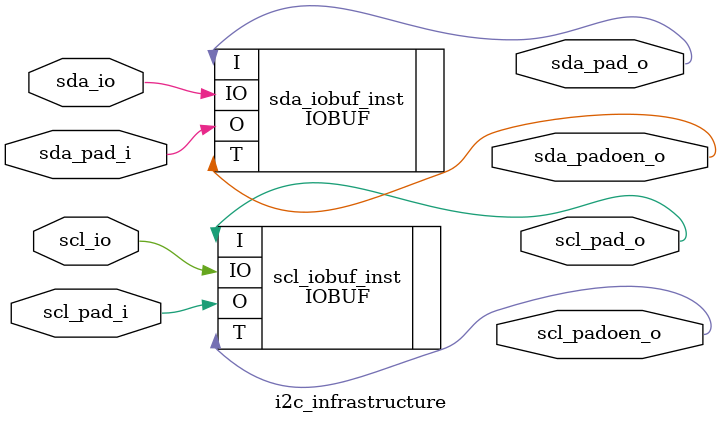
<source format=v>
module i2c_infrastructure(
	// I2C I/O/T signals 
	input  scl_pad_i,
	output scl_pad_o,
	output scl_padoen_o,
	input  sda_pad_i,
	output sda_pad_o,
	output sda_padoen_o,

    // Tristate IOs
    inout scl_io,
    inout sda_io
    );

    IOBUF scl_iobuf_inst (
        .I(scl_pad_o),
        .O(scl_pad_i),
        .T(scl_padoen_o),
        .IO(scl_io)
    );

    IOBUF sda_iobuf_inst (
        .I(sda_pad_o),
        .O(sda_pad_i),
        .T(sda_padoen_o),
        .IO(sda_io)
    );
endmodule

</source>
